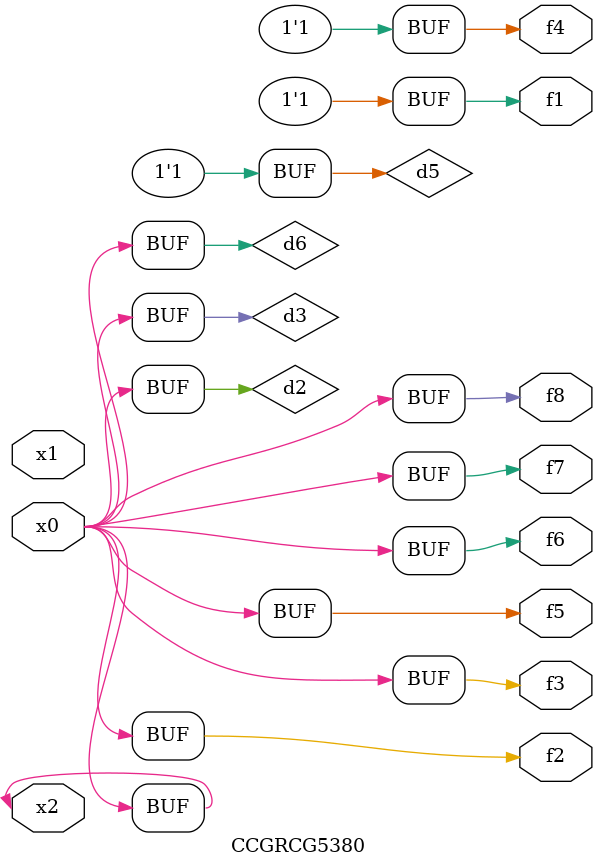
<source format=v>
module CCGRCG5380(
	input x0, x1, x2,
	output f1, f2, f3, f4, f5, f6, f7, f8
);

	wire d1, d2, d3, d4, d5, d6;

	xnor (d1, x2);
	buf (d2, x0, x2);
	and (d3, x0);
	xnor (d4, x1, x2);
	nand (d5, d1, d3);
	buf (d6, d2, d3);
	assign f1 = d5;
	assign f2 = d6;
	assign f3 = d6;
	assign f4 = d5;
	assign f5 = d6;
	assign f6 = d6;
	assign f7 = d6;
	assign f8 = d6;
endmodule

</source>
